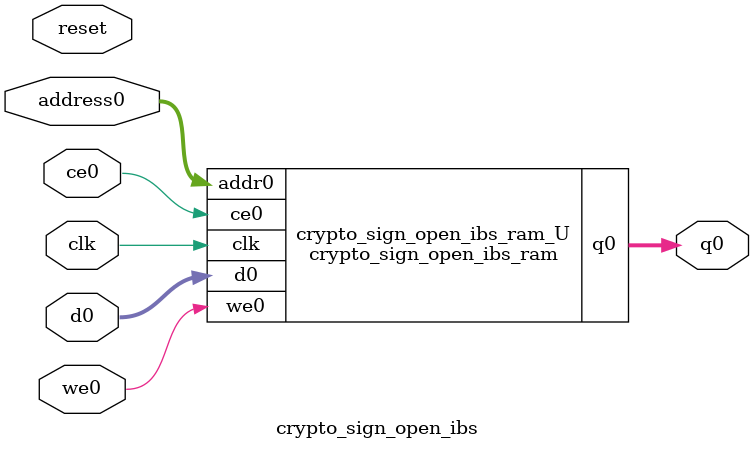
<source format=v>

`timescale 1 ns / 1 ps
module crypto_sign_open_ibs_ram (addr0, ce0, d0, we0, q0,  clk);

parameter DWIDTH = 8;
parameter AWIDTH = 5;
parameter MEM_SIZE = 32;

input[AWIDTH-1:0] addr0;
input ce0;
input[DWIDTH-1:0] d0;
input we0;
output reg[DWIDTH-1:0] q0;
input clk;

(* ram_style = "distributed" *)reg [DWIDTH-1:0] ram[0:MEM_SIZE-1];




always @(posedge clk)  
begin 
    if (ce0) 
    begin
        if (we0) 
        begin 
            ram[addr0] <= d0; 
            q0 <= d0;
        end 
        else 
            q0 <= ram[addr0];
    end
end


endmodule


`timescale 1 ns / 1 ps
module crypto_sign_open_ibs(
    reset,
    clk,
    address0,
    ce0,
    we0,
    d0,
    q0);

parameter DataWidth = 32'd8;
parameter AddressRange = 32'd32;
parameter AddressWidth = 32'd5;
input reset;
input clk;
input[AddressWidth - 1:0] address0;
input ce0;
input we0;
input[DataWidth - 1:0] d0;
output[DataWidth - 1:0] q0;



crypto_sign_open_ibs_ram crypto_sign_open_ibs_ram_U(
    .clk( clk ),
    .addr0( address0 ),
    .ce0( ce0 ),
    .we0( we0 ),
    .d0( d0 ),
    .q0( q0 ));

endmodule


</source>
